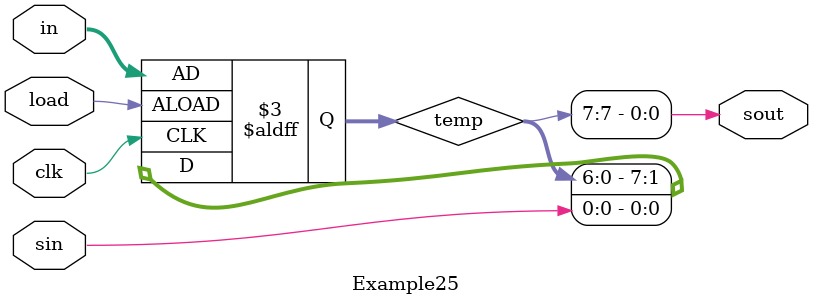
<source format=v>
`timescale 1ns / 1ps


module Example25(sout, sin, in, clk, load);
output sout;
input sin,clk,load;
input[7:0]in;
reg [7:0]temp;

always @(posedge clk or posedge load)

begin 

if(load)
begin
temp=in;
end

else

begin
temp = temp<<1;
temp[0]=sin;
end

end

assign sout = temp[7];

endmodule


</source>
